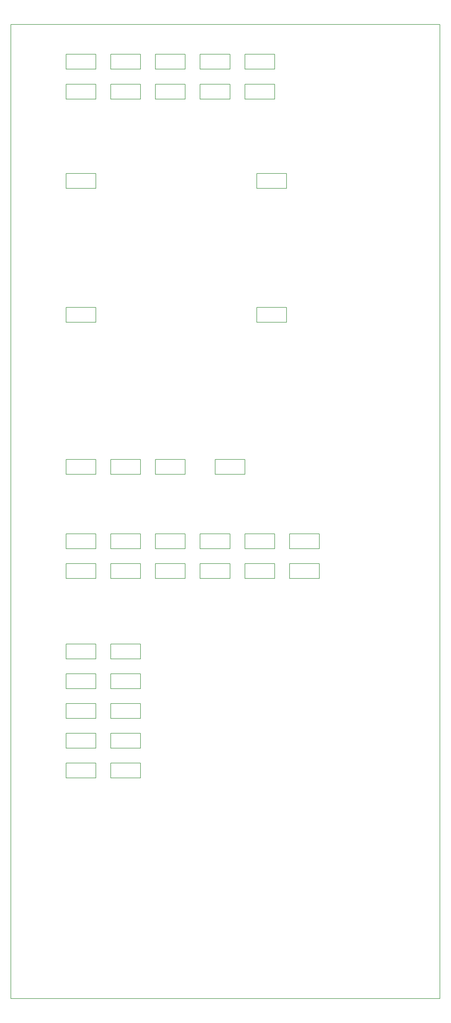
<source format=gm1>
G04 #@! TF.FileFunction,Profile,NP*
%FSLAX46Y46*%
G04 Gerber Fmt 4.6, Leading zero omitted, Abs format (unit mm)*
G04 Created by KiCad (PCBNEW 4.0.2-stable) date 06/07/2016 01:48:23*
%MOMM*%
G01*
G04 APERTURE LIST*
%ADD10C,0.100000*%
%ADD11C,0.150000*%
G04 APERTURE END LIST*
D10*
D11*
X41500000Y-357000000D02*
X41500000Y-30000000D01*
X185500000Y-357000000D02*
X41500000Y-357000000D01*
X185500000Y-30000000D02*
X185500000Y-357000000D01*
X41500000Y-30000000D02*
X185500000Y-30000000D01*
X60000000Y-283000000D02*
X60000000Y-278000000D01*
X70000000Y-278000000D02*
X70000000Y-283000000D01*
X60000000Y-278000000D02*
X70000000Y-278000000D01*
X70000000Y-283000000D02*
X60000000Y-283000000D01*
X85000000Y-283000000D02*
X75000000Y-283000000D01*
X85000000Y-278000000D02*
X85000000Y-283000000D01*
X75000000Y-283000000D02*
X75000000Y-278000000D01*
X75000000Y-278000000D02*
X85000000Y-278000000D01*
X60000000Y-273000000D02*
X60000000Y-268000000D01*
X60000000Y-268000000D02*
X70000000Y-268000000D01*
X70000000Y-258000000D02*
X70000000Y-263000000D01*
X60000000Y-258000000D02*
X70000000Y-258000000D01*
X70000000Y-263000000D02*
X60000000Y-263000000D01*
X70000000Y-273000000D02*
X60000000Y-273000000D01*
X70000000Y-268000000D02*
X70000000Y-273000000D01*
X60000000Y-263000000D02*
X60000000Y-258000000D01*
X85000000Y-273000000D02*
X75000000Y-273000000D01*
X75000000Y-273000000D02*
X75000000Y-268000000D01*
X75000000Y-263000000D02*
X75000000Y-258000000D01*
X75000000Y-258000000D02*
X85000000Y-258000000D01*
X85000000Y-258000000D02*
X85000000Y-263000000D01*
X85000000Y-268000000D02*
X85000000Y-273000000D01*
X75000000Y-268000000D02*
X85000000Y-268000000D01*
X85000000Y-263000000D02*
X75000000Y-263000000D01*
X85000000Y-253000000D02*
X75000000Y-253000000D01*
X60000000Y-253000000D02*
X60000000Y-248000000D01*
X60000000Y-248000000D02*
X70000000Y-248000000D01*
X70000000Y-248000000D02*
X70000000Y-253000000D01*
X85000000Y-248000000D02*
X85000000Y-253000000D01*
X75000000Y-253000000D02*
X75000000Y-248000000D01*
X75000000Y-248000000D02*
X85000000Y-248000000D01*
X70000000Y-253000000D02*
X60000000Y-253000000D01*
X85000000Y-243000000D02*
X75000000Y-243000000D01*
X75000000Y-243000000D02*
X75000000Y-238000000D01*
X75000000Y-238000000D02*
X85000000Y-238000000D01*
X85000000Y-238000000D02*
X85000000Y-243000000D01*
X70000000Y-243000000D02*
X60000000Y-243000000D01*
X60000000Y-238000000D02*
X70000000Y-238000000D01*
X70000000Y-238000000D02*
X70000000Y-243000000D01*
X60000000Y-243000000D02*
X60000000Y-238000000D01*
X145000000Y-216000000D02*
X135000000Y-216000000D01*
X135000000Y-216000000D02*
X135000000Y-211000000D01*
X145000000Y-206000000D02*
X135000000Y-206000000D01*
X135000000Y-211000000D02*
X145000000Y-211000000D01*
X145000000Y-211000000D02*
X145000000Y-216000000D01*
X135000000Y-201000000D02*
X145000000Y-201000000D01*
X145000000Y-201000000D02*
X145000000Y-206000000D01*
X135000000Y-206000000D02*
X135000000Y-201000000D01*
X130000000Y-201000000D02*
X130000000Y-206000000D01*
X120000000Y-206000000D02*
X120000000Y-201000000D01*
X130000000Y-206000000D02*
X120000000Y-206000000D01*
X120000000Y-216000000D02*
X120000000Y-211000000D01*
X120000000Y-211000000D02*
X130000000Y-211000000D01*
X130000000Y-211000000D02*
X130000000Y-216000000D01*
X120000000Y-201000000D02*
X130000000Y-201000000D01*
X130000000Y-216000000D02*
X120000000Y-216000000D01*
X115000000Y-216000000D02*
X105000000Y-216000000D01*
X105000000Y-216000000D02*
X105000000Y-211000000D01*
X115000000Y-206000000D02*
X105000000Y-206000000D01*
X105000000Y-211000000D02*
X115000000Y-211000000D01*
X115000000Y-211000000D02*
X115000000Y-216000000D01*
X105000000Y-201000000D02*
X115000000Y-201000000D01*
X115000000Y-201000000D02*
X115000000Y-206000000D01*
X105000000Y-206000000D02*
X105000000Y-201000000D01*
X100000000Y-201000000D02*
X100000000Y-206000000D01*
X90000000Y-206000000D02*
X90000000Y-201000000D01*
X100000000Y-206000000D02*
X90000000Y-206000000D01*
X90000000Y-216000000D02*
X90000000Y-211000000D01*
X90000000Y-211000000D02*
X100000000Y-211000000D01*
X100000000Y-211000000D02*
X100000000Y-216000000D01*
X90000000Y-201000000D02*
X100000000Y-201000000D01*
X100000000Y-216000000D02*
X90000000Y-216000000D01*
X85000000Y-216000000D02*
X75000000Y-216000000D01*
X85000000Y-201000000D02*
X85000000Y-206000000D01*
X85000000Y-206000000D02*
X75000000Y-206000000D01*
X75000000Y-206000000D02*
X75000000Y-201000000D01*
X75000000Y-216000000D02*
X75000000Y-211000000D01*
X85000000Y-211000000D02*
X85000000Y-216000000D01*
X75000000Y-201000000D02*
X85000000Y-201000000D01*
X75000000Y-211000000D02*
X85000000Y-211000000D01*
X60000000Y-211000000D02*
X70000000Y-211000000D01*
X70000000Y-211000000D02*
X70000000Y-216000000D01*
X70000000Y-216000000D02*
X60000000Y-216000000D01*
X60000000Y-216000000D02*
X60000000Y-211000000D01*
X60000000Y-201000000D02*
X70000000Y-201000000D01*
X70000000Y-201000000D02*
X70000000Y-206000000D01*
X70000000Y-206000000D02*
X60000000Y-206000000D01*
X60000000Y-206000000D02*
X60000000Y-201000000D01*
X110000000Y-181000000D02*
X110000000Y-176000000D01*
X110000000Y-176000000D02*
X120000000Y-176000000D01*
X120000000Y-176000000D02*
X120000000Y-181000000D01*
X120000000Y-181000000D02*
X110000000Y-181000000D01*
X90000000Y-181000000D02*
X90000000Y-176000000D01*
X90000000Y-176000000D02*
X100000000Y-176000000D01*
X100000000Y-176000000D02*
X100000000Y-181000000D01*
X100000000Y-181000000D02*
X90000000Y-181000000D01*
X75000000Y-181000000D02*
X75000000Y-176000000D01*
X75000000Y-176000000D02*
X85000000Y-176000000D01*
X85000000Y-176000000D02*
X85000000Y-181000000D01*
X85000000Y-181000000D02*
X75000000Y-181000000D01*
X60000000Y-181000000D02*
X60000000Y-176000000D01*
X60000000Y-176000000D02*
X70000000Y-176000000D01*
X70000000Y-176000000D02*
X70000000Y-181000000D01*
X70000000Y-181000000D02*
X60000000Y-181000000D01*
X134000000Y-130000000D02*
X124000000Y-130000000D01*
X124000000Y-130000000D02*
X124000000Y-125000000D01*
X124000000Y-125000000D02*
X134000000Y-125000000D01*
X134000000Y-125000000D02*
X134000000Y-130000000D01*
X70000000Y-130000000D02*
X60000000Y-130000000D01*
X60000000Y-130000000D02*
X60000000Y-125000000D01*
X60000000Y-125000000D02*
X70000000Y-125000000D01*
X70000000Y-125000000D02*
X70000000Y-130000000D01*
X134000000Y-80000000D02*
X134000000Y-85000000D01*
X124000000Y-85000000D02*
X124000000Y-80000000D01*
X134000000Y-85000000D02*
X124000000Y-85000000D01*
X124000000Y-80000000D02*
X134000000Y-80000000D01*
X70000000Y-80000000D02*
X70000000Y-85000000D01*
X60000000Y-85000000D02*
X60000000Y-80000000D01*
X70000000Y-85000000D02*
X60000000Y-85000000D01*
X60000000Y-80000000D02*
X70000000Y-80000000D01*
X130000000Y-50000000D02*
X130000000Y-55000000D01*
X115000000Y-55000000D02*
X105000000Y-55000000D01*
X115000000Y-50000000D02*
X115000000Y-55000000D01*
X105000000Y-50000000D02*
X115000000Y-50000000D01*
X120000000Y-50000000D02*
X130000000Y-50000000D01*
X120000000Y-55000000D02*
X120000000Y-50000000D01*
X130000000Y-55000000D02*
X120000000Y-55000000D01*
X105000000Y-55000000D02*
X105000000Y-50000000D01*
X100000000Y-55000000D02*
X90000000Y-55000000D01*
X90000000Y-50000000D02*
X100000000Y-50000000D01*
X90000000Y-55000000D02*
X90000000Y-50000000D01*
X100000000Y-50000000D02*
X100000000Y-55000000D01*
X85000000Y-50000000D02*
X85000000Y-55000000D01*
X75000000Y-50000000D02*
X85000000Y-50000000D01*
X85000000Y-55000000D02*
X75000000Y-55000000D01*
X75000000Y-55000000D02*
X75000000Y-50000000D01*
X60000000Y-50000000D02*
X70000000Y-50000000D01*
X70000000Y-50000000D02*
X70000000Y-55000000D01*
X60000000Y-55000000D02*
X60000000Y-50000000D01*
X70000000Y-55000000D02*
X60000000Y-55000000D01*
X120000000Y-45000000D02*
X120000000Y-40000000D01*
X130000000Y-45000000D02*
X120000000Y-45000000D01*
X130000000Y-40000000D02*
X130000000Y-45000000D01*
X120000000Y-40000000D02*
X130000000Y-40000000D01*
X105000000Y-45000000D02*
X105000000Y-40000000D01*
X100000000Y-45000000D02*
X90000000Y-45000000D01*
X100000000Y-40000000D02*
X100000000Y-45000000D01*
X90000000Y-40000000D02*
X100000000Y-40000000D01*
X105000000Y-40000000D02*
X115000000Y-40000000D01*
X90000000Y-45000000D02*
X90000000Y-40000000D01*
X115000000Y-45000000D02*
X105000000Y-45000000D01*
X115000000Y-40000000D02*
X115000000Y-45000000D01*
X75000000Y-45000000D02*
X75000000Y-40000000D01*
X85000000Y-45000000D02*
X75000000Y-45000000D01*
X85000000Y-40000000D02*
X85000000Y-45000000D01*
X75000000Y-40000000D02*
X85000000Y-40000000D01*
X60000000Y-45000000D02*
X60000000Y-40000000D01*
X70000000Y-45000000D02*
X60000000Y-45000000D01*
X70000000Y-40000000D02*
X70000000Y-45000000D01*
X60000000Y-40000000D02*
X70000000Y-40000000D01*
M02*

</source>
